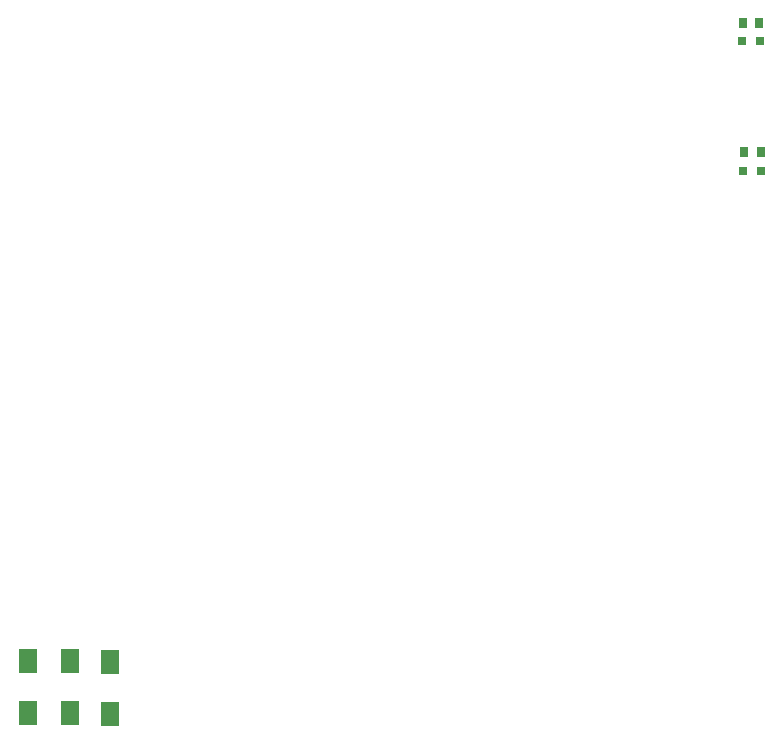
<source format=gbp>
G04*
G04 #@! TF.GenerationSoftware,Altium Limited,Altium Designer,22.11.1 (43)*
G04*
G04 Layer_Color=128*
%FSLAX24Y24*%
%MOIN*%
G70*
G04*
G04 #@! TF.SameCoordinates,95904809-8EA0-40D1-BC7C-4500F6FC4EB7*
G04*
G04*
G04 #@! TF.FilePolarity,Positive*
G04*
G01*
G75*
%ADD25R,0.0315X0.0374*%
%ADD29R,0.0315X0.0315*%
%ADD45R,0.0610X0.0827*%
D25*
X37374Y47950D02*
D03*
X37926D02*
D03*
X37424Y43650D02*
D03*
X37976D02*
D03*
D29*
X37945Y47350D02*
D03*
X37355D02*
D03*
X37976Y43000D02*
D03*
X37385D02*
D03*
D45*
X13550Y24934D02*
D03*
Y26666D02*
D03*
X16300Y24918D02*
D03*
Y26650D02*
D03*
X14950Y24934D02*
D03*
Y26666D02*
D03*
M02*

</source>
